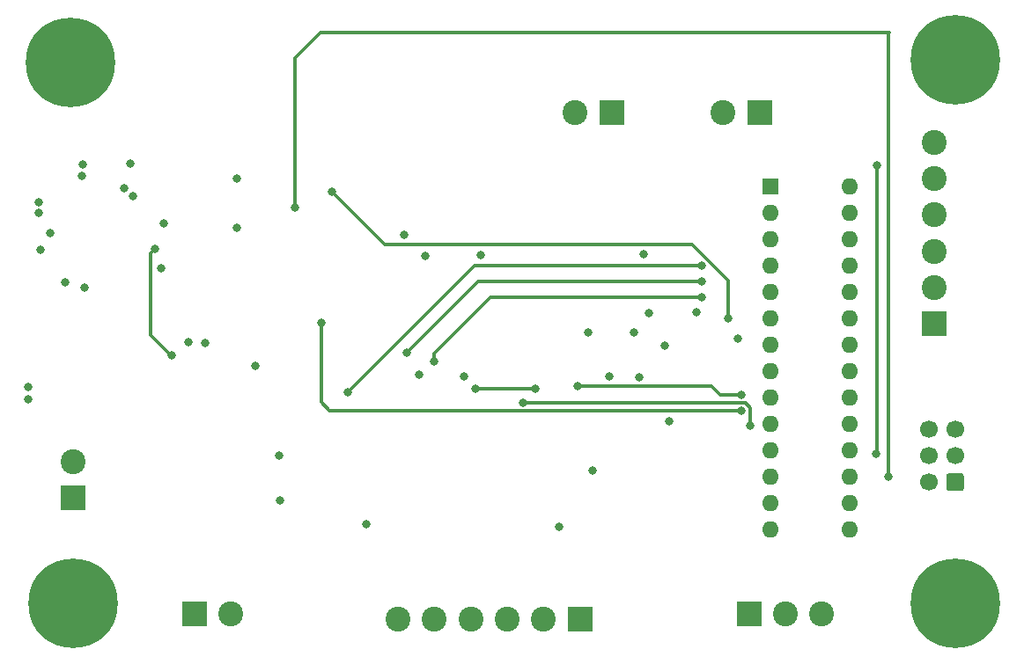
<source format=gbr>
%TF.GenerationSoftware,KiCad,Pcbnew,(5.1.12-1-10_14)*%
%TF.CreationDate,2021-11-26T20:13:54-05:00*%
%TF.ProjectId,Untitled,556e7469-746c-4656-942e-6b696361645f,rev?*%
%TF.SameCoordinates,Original*%
%TF.FileFunction,Copper,L4,Bot*%
%TF.FilePolarity,Positive*%
%FSLAX46Y46*%
G04 Gerber Fmt 4.6, Leading zero omitted, Abs format (unit mm)*
G04 Created by KiCad (PCBNEW (5.1.12-1-10_14)) date 2021-11-26 20:13:54*
%MOMM*%
%LPD*%
G01*
G04 APERTURE LIST*
%TA.AperFunction,ComponentPad*%
%ADD10C,0.900000*%
%TD*%
%TA.AperFunction,ComponentPad*%
%ADD11C,8.600000*%
%TD*%
%TA.AperFunction,ComponentPad*%
%ADD12R,2.400000X2.400000*%
%TD*%
%TA.AperFunction,ComponentPad*%
%ADD13C,2.400000*%
%TD*%
%TA.AperFunction,ComponentPad*%
%ADD14C,1.700000*%
%TD*%
%TA.AperFunction,ComponentPad*%
%ADD15R,1.600000X1.600000*%
%TD*%
%TA.AperFunction,ComponentPad*%
%ADD16O,1.600000X1.600000*%
%TD*%
%TA.AperFunction,ViaPad*%
%ADD17C,0.800000*%
%TD*%
%TA.AperFunction,Conductor*%
%ADD18C,0.300000*%
%TD*%
G04 APERTURE END LIST*
D10*
%TO.P,H1,1*%
%TO.N,N/C*%
X92196419Y-136403581D03*
X89916000Y-135459000D03*
X87635581Y-136403581D03*
X86691000Y-138684000D03*
X87635581Y-140964419D03*
X89916000Y-141909000D03*
X92196419Y-140964419D03*
X93141000Y-138684000D03*
D11*
X89916000Y-138684000D03*
%TD*%
%TO.P,H2,1*%
%TO.N,N/C*%
X174752000Y-138684000D03*
D10*
X177977000Y-138684000D03*
X177032419Y-140964419D03*
X174752000Y-141909000D03*
X172471581Y-140964419D03*
X171527000Y-138684000D03*
X172471581Y-136403581D03*
X174752000Y-135459000D03*
X177032419Y-136403581D03*
%TD*%
%TO.P,H3,1*%
%TO.N,N/C*%
X91948000Y-84339162D03*
X89667581Y-83394581D03*
X87387162Y-84339162D03*
X86442581Y-86619581D03*
X87387162Y-88900000D03*
X89667581Y-89844581D03*
X91948000Y-88900000D03*
X92892581Y-86619581D03*
D11*
X89667581Y-86619581D03*
%TD*%
%TO.P,H4,1*%
%TO.N,N/C*%
X174752000Y-86360000D03*
D10*
X177977000Y-86360000D03*
X177032419Y-88640419D03*
X174752000Y-89585000D03*
X172471581Y-88640419D03*
X171527000Y-86360000D03*
X172471581Y-84079581D03*
X174752000Y-83135000D03*
X177032419Y-84079581D03*
%TD*%
D12*
%TO.P,J1,1*%
%TO.N,Net-(J1-Pad1)*%
X101600000Y-139700000D03*
D13*
%TO.P,J1,2*%
%TO.N,Net-(J1-Pad2)*%
X105100000Y-139700000D03*
%TD*%
%TO.P,J2,1*%
%TO.N,AT_MISO*%
%TA.AperFunction,ComponentPad*%
G36*
G01*
X175602000Y-126400000D02*
X175602000Y-127600000D01*
G75*
G02*
X175352000Y-127850000I-250000J0D01*
G01*
X174152000Y-127850000D01*
G75*
G02*
X173902000Y-127600000I0J250000D01*
G01*
X173902000Y-126400000D01*
G75*
G02*
X174152000Y-126150000I250000J0D01*
G01*
X175352000Y-126150000D01*
G75*
G02*
X175602000Y-126400000I0J-250000D01*
G01*
G37*
%TD.AperFunction*%
D14*
%TO.P,J2,3*%
%TO.N,AT_SCK*%
X174752000Y-124460000D03*
%TO.P,J2,5*%
%TO.N,AT_RESET*%
X174752000Y-121920000D03*
%TO.P,J2,2*%
%TO.N,+5V*%
X172212000Y-127000000D03*
%TO.P,J2,4*%
%TO.N,AT_MOSI*%
X172212000Y-124460000D03*
%TO.P,J2,6*%
%TO.N,GND*%
X172212000Y-121920000D03*
%TD*%
D12*
%TO.P,J3,1*%
%TO.N,AT_D7*%
X154940000Y-139700000D03*
D13*
%TO.P,J3,2*%
%TO.N,AT_D8*%
X158440000Y-139700000D03*
%TO.P,J3,3*%
%TO.N,AT_D9*%
X161940000Y-139700000D03*
%TD*%
D12*
%TO.P,J4,1*%
%TO.N,AT_A0*%
X172720000Y-111760000D03*
D13*
%TO.P,J4,2*%
%TO.N,AT_A1*%
X172720000Y-108260000D03*
%TO.P,J4,3*%
%TO.N,AT_A2*%
X172720000Y-104760000D03*
%TO.P,J4,4*%
%TO.N,AT_A3*%
X172720000Y-101260000D03*
%TO.P,J4,5*%
%TO.N,AT_A4*%
X172720000Y-97760000D03*
%TO.P,J4,6*%
%TO.N,AT_A5*%
X172720000Y-94260000D03*
%TD*%
%TO.P,J5,2*%
%TO.N,3_3_TX_IN*%
X138232000Y-91440000D03*
D12*
%TO.P,J5,1*%
%TO.N,3_3_RX_IN*%
X141732000Y-91440000D03*
%TD*%
D13*
%TO.P,J7,2*%
%TO.N,GND*%
X89916000Y-125024000D03*
D12*
%TO.P,J7,1*%
%TO.N,12_V_IN*%
X89916000Y-128524000D03*
%TD*%
%TO.P,J8,1*%
%TO.N,328_RX*%
X155956000Y-91440000D03*
D13*
%TO.P,J8,2*%
%TO.N,328_TX*%
X152456000Y-91440000D03*
%TD*%
D15*
%TO.P,U4,1*%
%TO.N,AT_RESET*%
X156972000Y-98552000D03*
D16*
%TO.P,U4,15*%
%TO.N,AT_D9*%
X164592000Y-131572000D03*
%TO.P,U4,2*%
%TO.N,328_RX*%
X156972000Y-101092000D03*
%TO.P,U4,16*%
%TO.N,AT_CS*%
X164592000Y-129032000D03*
%TO.P,U4,3*%
%TO.N,328_TX*%
X156972000Y-103632000D03*
%TO.P,U4,17*%
%TO.N,AT_MOSI*%
X164592000Y-126492000D03*
%TO.P,U4,4*%
%TO.N,AT_D2*%
X156972000Y-106172000D03*
%TO.P,U4,18*%
%TO.N,AT_MISO*%
X164592000Y-123952000D03*
%TO.P,U4,5*%
%TO.N,AT_D3*%
X156972000Y-108712000D03*
%TO.P,U4,19*%
%TO.N,AT_SCK*%
X164592000Y-121412000D03*
%TO.P,U4,6*%
%TO.N,AT_D4*%
X156972000Y-111252000D03*
%TO.P,U4,20*%
%TO.N,+5V*%
X164592000Y-118872000D03*
%TO.P,U4,7*%
X156972000Y-113792000D03*
%TO.P,U4,21*%
X164592000Y-116332000D03*
%TO.P,U4,8*%
%TO.N,GND*%
X156972000Y-116332000D03*
%TO.P,U4,22*%
X164592000Y-113792000D03*
%TO.P,U4,9*%
%TO.N,AT_OSC1*%
X156972000Y-118872000D03*
%TO.P,U4,23*%
%TO.N,AT_A0*%
X164592000Y-111252000D03*
%TO.P,U4,10*%
%TO.N,AT_OSC2*%
X156972000Y-121412000D03*
%TO.P,U4,24*%
%TO.N,AT_A1*%
X164592000Y-108712000D03*
%TO.P,U4,11*%
%TO.N,AT_D5*%
X156972000Y-123952000D03*
%TO.P,U4,25*%
%TO.N,AT_A2*%
X164592000Y-106172000D03*
%TO.P,U4,12*%
%TO.N,AT_D6*%
X156972000Y-126492000D03*
%TO.P,U4,26*%
%TO.N,AT_A3*%
X164592000Y-103632000D03*
%TO.P,U4,13*%
%TO.N,AT_D7*%
X156972000Y-129032000D03*
%TO.P,U4,27*%
%TO.N,AT_A4*%
X164592000Y-101092000D03*
%TO.P,U4,14*%
%TO.N,AT_D8*%
X156972000Y-131572000D03*
%TO.P,U4,28*%
%TO.N,AT_A5*%
X164592000Y-98552000D03*
%TD*%
D13*
%TO.P,J6,6*%
%TO.N,ULN2803_OUT_3*%
X121184000Y-140208000D03*
%TO.P,J6,5*%
%TO.N,12_V_IN*%
X124684000Y-140208000D03*
%TO.P,J6,4*%
%TO.N,ULN2803_OUT_2*%
X128184000Y-140208000D03*
%TO.P,J6,3*%
%TO.N,12_V_IN*%
X131684000Y-140208000D03*
%TO.P,J6,2*%
%TO.N,ULN2803_OUT_1*%
X135184000Y-140208000D03*
D12*
%TO.P,J6,1*%
%TO.N,12_V_IN*%
X138684000Y-140208000D03*
%TD*%
D17*
%TO.N,GND*%
X149923500Y-110680500D03*
X85661500Y-117856000D03*
X105664000Y-102489000D03*
X90868500Y-96393000D03*
X86677500Y-100076000D03*
X86804500Y-104648000D03*
X91059000Y-108267500D03*
X98679000Y-102108000D03*
X101028500Y-113538000D03*
X107442000Y-115824000D03*
X118173500Y-131064000D03*
X109855000Y-128778000D03*
X109728000Y-124460000D03*
X147256500Y-121158000D03*
X139890500Y-125920500D03*
X139509500Y-112585500D03*
X143891000Y-112585500D03*
X129159000Y-105156000D03*
X123190000Y-116649500D03*
X127508000Y-116840000D03*
X98425000Y-106426000D03*
X89217500Y-107759500D03*
X90805000Y-97536000D03*
X87757000Y-103060500D03*
X86677500Y-101092000D03*
X85661500Y-118999000D03*
%TO.N,AT_OSC1*%
X128651000Y-118046500D03*
X134366000Y-118046500D03*
X138430000Y-117792500D03*
X154221101Y-118616439D03*
%TO.N,AT_OSC2*%
X133223000Y-119392000D03*
X155067000Y-121539000D03*
%TO.N,+5V*%
X145288000Y-110744000D03*
X102679500Y-113601500D03*
X95694500Y-99504500D03*
X123825000Y-105219500D03*
X141478000Y-116840000D03*
X136652000Y-131318000D03*
X144399000Y-116903500D03*
X146812000Y-113855500D03*
X153860500Y-113220500D03*
X144843500Y-105029000D03*
X114808000Y-99060000D03*
X152908000Y-111252000D03*
X121793000Y-103187500D03*
X105664000Y-97790000D03*
X95694500Y-99504500D03*
X94869000Y-98679000D03*
X95440500Y-96329500D03*
%TO.N,Net-(J1-Pad2)*%
X97790000Y-104584500D03*
X99394979Y-114808000D03*
%TO.N,AT_MISO*%
X167259000Y-96520000D03*
X167132000Y-124269500D03*
%TO.N,AT_SCK*%
X154241500Y-120142000D03*
X113792000Y-111696500D03*
%TO.N,AT_MOSI*%
X111252000Y-100584000D03*
X111252000Y-100584000D03*
X168338500Y-126492000D03*
%TO.N,AT_D2*%
X116332000Y-118364000D03*
X150368000Y-106172000D03*
%TO.N,AT_D3*%
X122033935Y-114525603D03*
X150368000Y-107696000D03*
%TO.N,AT_D4*%
X124682903Y-115388365D03*
X150368000Y-109220000D03*
%TD*%
D18*
%TO.N,AT_OSC1*%
X128651000Y-118046500D02*
X134366000Y-118046500D01*
X138430000Y-117792500D02*
X151320500Y-117792500D01*
X152144439Y-118616439D02*
X154221101Y-118616439D01*
X151320500Y-117792500D02*
X152144439Y-118616439D01*
%TO.N,AT_OSC2*%
X154601502Y-119392000D02*
X155067000Y-119857498D01*
X133223000Y-119392000D02*
X154601502Y-119392000D01*
X155067000Y-119857498D02*
X155067000Y-121539000D01*
%TO.N,+5V*%
X114808000Y-99060000D02*
X119888000Y-104140000D01*
X152908000Y-107601998D02*
X152908000Y-111252000D01*
X149446002Y-104140000D02*
X152908000Y-107601998D01*
X119888000Y-104140000D02*
X149446002Y-104140000D01*
%TO.N,Net-(J1-Pad2)*%
X97390001Y-104984499D02*
X97390001Y-112884001D01*
X97790000Y-104584500D02*
X97390001Y-104984499D01*
X99314000Y-114808000D02*
X99394979Y-114808000D01*
X97390001Y-112884001D02*
X99314000Y-114808000D01*
%TO.N,AT_MISO*%
X167259000Y-96520000D02*
X167259000Y-120904000D01*
X167259000Y-120904000D02*
X167259000Y-124142500D01*
X167259000Y-124142500D02*
X167132000Y-124269500D01*
%TO.N,AT_SCK*%
X154241500Y-120142000D02*
X114617500Y-120142000D01*
X114617500Y-120142000D02*
X113792000Y-119316500D01*
X113792000Y-119316500D02*
X113792000Y-111696500D01*
%TO.N,AT_MOSI*%
X111252000Y-100584000D02*
X111252000Y-86169500D01*
X111252000Y-86169500D02*
X113728500Y-83693000D01*
X113728500Y-83693000D02*
X155542002Y-83693000D01*
X155542002Y-83693000D02*
X168402000Y-83693000D01*
X168402000Y-83693000D02*
X168338500Y-83756500D01*
X168338500Y-83756500D02*
X168338500Y-126492000D01*
%TO.N,AT_D2*%
X128524000Y-106172000D02*
X150368000Y-106172000D01*
X116332000Y-118364000D02*
X128524000Y-106172000D01*
%TO.N,AT_D3*%
X122033935Y-114525603D02*
X128863538Y-107696000D01*
X128863538Y-107696000D02*
X150368000Y-107696000D01*
%TO.N,AT_D4*%
X124682903Y-115388365D02*
X124682903Y-114585097D01*
X130048000Y-109220000D02*
X150368000Y-109220000D01*
X124682903Y-114585097D02*
X130048000Y-109220000D01*
%TD*%
M02*

</source>
